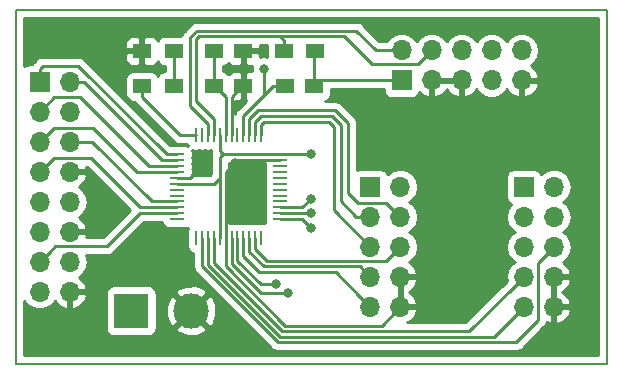
<source format=gbr>
G04 #@! TF.GenerationSoftware,KiCad,Pcbnew,(5.0.0)*
G04 #@! TF.CreationDate,2019-09-15T19:40:45+02:00*
G04 #@! TF.ProjectId,hub75shifter,6875623735736869667465722E6B6963,rev?*
G04 #@! TF.SameCoordinates,Original*
G04 #@! TF.FileFunction,Copper,L1,Top,Signal*
G04 #@! TF.FilePolarity,Positive*
%FSLAX46Y46*%
G04 Gerber Fmt 4.6, Leading zero omitted, Abs format (unit mm)*
G04 Created by KiCad (PCBNEW (5.0.0)) date 09/15/19 19:40:45*
%MOMM*%
%LPD*%
G01*
G04 APERTURE LIST*
G04 #@! TA.AperFunction,NonConductor*
%ADD10C,0.200000*%
G04 #@! TD*
G04 #@! TA.AperFunction,NonConductor*
%ADD11C,0.150000*%
G04 #@! TD*
G04 #@! TA.AperFunction,SMDPad,CuDef*
%ADD12R,1.500000X1.250000*%
G04 #@! TD*
G04 #@! TA.AperFunction,ComponentPad*
%ADD13O,1.700000X1.700000*%
G04 #@! TD*
G04 #@! TA.AperFunction,ComponentPad*
%ADD14R,1.700000X1.700000*%
G04 #@! TD*
G04 #@! TA.AperFunction,SMDPad,CuDef*
%ADD15R,0.250000X1.300000*%
G04 #@! TD*
G04 #@! TA.AperFunction,SMDPad,CuDef*
%ADD16R,1.300000X0.250000*%
G04 #@! TD*
G04 #@! TA.AperFunction,SMDPad,CuDef*
%ADD17R,1.500000X1.300000*%
G04 #@! TD*
G04 #@! TA.AperFunction,ComponentPad*
%ADD18C,3.000000*%
G04 #@! TD*
G04 #@! TA.AperFunction,ComponentPad*
%ADD19R,3.000000X3.000000*%
G04 #@! TD*
G04 #@! TA.AperFunction,ViaPad*
%ADD20C,0.800000*%
G04 #@! TD*
G04 #@! TA.AperFunction,Conductor*
%ADD21C,0.250000*%
G04 #@! TD*
G04 #@! TA.AperFunction,Conductor*
%ADD22C,0.254000*%
G04 #@! TD*
G04 APERTURE END LIST*
D10*
X20000000Y-50000000D02*
X70000000Y-50000000D01*
X20000000Y-20000000D02*
X70000000Y-20000000D01*
D11*
X70000000Y-50000000D02*
X70000000Y-20000000D01*
X20000000Y-50000000D02*
X20000000Y-20000000D01*
D12*
G04 #@! TO.P,C1,2*
G04 #@! TO.N,GND*
X39250000Y-23500000D03*
G04 #@! TO.P,C1,1*
G04 #@! TO.N,Net-(C1-Pad1)*
X36750000Y-23500000D03*
G04 #@! TD*
G04 #@! TO.P,C2,1*
G04 #@! TO.N,Net-(C1-Pad1)*
X36750000Y-26500000D03*
G04 #@! TO.P,C2,2*
G04 #@! TO.N,GND*
X39250000Y-26500000D03*
G04 #@! TD*
D13*
G04 #@! TO.P,JHUB75,16*
G04 #@! TO.N,GND*
X24540000Y-43907500D03*
G04 #@! TO.P,JHUB75,15*
G04 #@! TO.N,P_OE*
X22000000Y-43907500D03*
G04 #@! TO.P,JHUB75,14*
G04 #@! TO.N,P_STB*
X24540000Y-41367500D03*
G04 #@! TO.P,JHUB75,13*
G04 #@! TO.N,P_CLK*
X22000000Y-41367500D03*
G04 #@! TO.P,JHUB75,12*
G04 #@! TO.N,GND*
X24540000Y-38827500D03*
G04 #@! TO.P,JHUB75,11*
G04 #@! TO.N,P_C*
X22000000Y-38827500D03*
G04 #@! TO.P,JHUB75,10*
G04 #@! TO.N,P_B*
X24540000Y-36287500D03*
G04 #@! TO.P,JHUB75,9*
G04 #@! TO.N,P_A*
X22000000Y-36287500D03*
G04 #@! TO.P,JHUB75,8*
G04 #@! TO.N,GND*
X24540000Y-33747500D03*
G04 #@! TO.P,JHUB75,7*
G04 #@! TO.N,P_B2*
X22000000Y-33747500D03*
G04 #@! TO.P,JHUB75,6*
G04 #@! TO.N,P_G2*
X24540000Y-31207500D03*
G04 #@! TO.P,JHUB75,5*
G04 #@! TO.N,P_R2*
X22000000Y-31207500D03*
G04 #@! TO.P,JHUB75,4*
G04 #@! TO.N,GND*
X24540000Y-28667500D03*
G04 #@! TO.P,JHUB75,3*
G04 #@! TO.N,P_B1*
X22000000Y-28667500D03*
G04 #@! TO.P,JHUB75,2*
G04 #@! TO.N,P_G1*
X24540000Y-26127500D03*
D14*
G04 #@! TO.P,JHUB75,1*
G04 #@! TO.N,P_R1*
X22000000Y-26127500D03*
G04 #@! TD*
G04 #@! TO.P,JIN1,1*
G04 #@! TO.N,VCC*
X50000000Y-35000000D03*
D13*
G04 #@! TO.P,JIN1,2*
X52540000Y-35000000D03*
G04 #@! TO.P,JIN1,3*
G04 #@! TO.N,SHIFT*
X50000000Y-37540000D03*
G04 #@! TO.P,JIN1,4*
G04 #@! TO.N,OE*
X52540000Y-37540000D03*
G04 #@! TO.P,JIN1,5*
G04 #@! TO.N,CLEAR*
X50000000Y-40080000D03*
G04 #@! TO.P,JIN1,6*
G04 #@! TO.N,SPI1_SS*
X52540000Y-40080000D03*
G04 #@! TO.P,JIN1,7*
G04 #@! TO.N,SPI1_SCK*
X50000000Y-42620000D03*
G04 #@! TO.P,JIN1,8*
G04 #@! TO.N,GND*
X52540000Y-42620000D03*
G04 #@! TO.P,JIN1,9*
G04 #@! TO.N,SPI1_MOSI*
X50000000Y-45160000D03*
G04 #@! TO.P,JIN1,10*
G04 #@! TO.N,GND*
X52540000Y-45160000D03*
G04 #@! TD*
G04 #@! TO.P,JOUT1,10*
G04 #@! TO.N,GND*
X65540000Y-45160000D03*
G04 #@! TO.P,JOUT1,9*
G04 #@! TO.N,SPI0_MOSI*
X63000000Y-45160000D03*
G04 #@! TO.P,JOUT1,8*
G04 #@! TO.N,GND*
X65540000Y-42620000D03*
G04 #@! TO.P,JOUT1,7*
G04 #@! TO.N,SPI0_SCK*
X63000000Y-42620000D03*
G04 #@! TO.P,JOUT1,6*
G04 #@! TO.N,SPI0_SS*
X65540000Y-40080000D03*
G04 #@! TO.P,JOUT1,5*
G04 #@! TO.N,CLEAR*
X63000000Y-40080000D03*
G04 #@! TO.P,JOUT1,4*
G04 #@! TO.N,OE*
X65540000Y-37540000D03*
G04 #@! TO.P,JOUT1,3*
G04 #@! TO.N,SHIFT*
X63000000Y-37540000D03*
G04 #@! TO.P,JOUT1,2*
G04 #@! TO.N,VCC*
X65540000Y-35000000D03*
D14*
G04 #@! TO.P,JOUT1,1*
X63000000Y-35000000D03*
G04 #@! TD*
D13*
G04 #@! TO.P,JSWD1,10*
G04 #@! TO.N,MCU_RESET*
X62800000Y-23460000D03*
G04 #@! TO.P,JSWD1,9*
G04 #@! TO.N,GND*
X62800000Y-26000000D03*
G04 #@! TO.P,JSWD1,8*
G04 #@! TO.N,N/C*
X60260000Y-23460000D03*
G04 #@! TO.P,JSWD1,7*
X60260000Y-26000000D03*
G04 #@! TO.P,JSWD1,6*
X57720000Y-23460000D03*
G04 #@! TO.P,JSWD1,5*
G04 #@! TO.N,GND*
X57720000Y-26000000D03*
G04 #@! TO.P,JSWD1,4*
G04 #@! TO.N,SWDCLK*
X55180000Y-23460000D03*
G04 #@! TO.P,JSWD1,3*
G04 #@! TO.N,GND*
X55180000Y-26000000D03*
G04 #@! TO.P,JSWD1,2*
G04 #@! TO.N,SWDIO*
X52640000Y-23460000D03*
D14*
G04 #@! TO.P,JSWD1,1*
G04 #@! TO.N,VCC*
X52640000Y-26000000D03*
G04 #@! TD*
D15*
G04 #@! TO.P,U1,48*
G04 #@! TO.N,LED*
X35250000Y-30650000D03*
G04 #@! TO.P,U1,47*
G04 #@! TO.N,N/C*
X35750000Y-30650000D03*
G04 #@! TO.P,U1,46*
G04 #@! TO.N,SWDIO*
X36250000Y-30650000D03*
G04 #@! TO.P,U1,45*
G04 #@! TO.N,SWDCLK*
X36750000Y-30650000D03*
G04 #@! TO.P,U1,44*
G04 #@! TO.N,VCC*
X37250000Y-30650000D03*
G04 #@! TO.P,U1,43*
G04 #@! TO.N,Net-(C1-Pad1)*
X37750000Y-30650000D03*
G04 #@! TO.P,U1,42*
G04 #@! TO.N,GND*
X38250000Y-30650000D03*
G04 #@! TO.P,U1,41*
G04 #@! TO.N,N/C*
X38750000Y-30650000D03*
G04 #@! TO.P,U1,40*
G04 #@! TO.N,MCU_RESET*
X39250000Y-30650000D03*
G04 #@! TO.P,U1,39*
G04 #@! TO.N,OE*
X39750000Y-30650000D03*
G04 #@! TO.P,U1,38*
G04 #@! TO.N,SHIFT*
X40250000Y-30650000D03*
G04 #@! TO.P,U1,37*
G04 #@! TO.N,CLEAR*
X40750000Y-30650000D03*
D16*
G04 #@! TO.P,U1,36*
G04 #@! TO.N,VCC*
X42350000Y-32250000D03*
G04 #@! TO.P,U1,35*
G04 #@! TO.N,GND*
X42350000Y-32750000D03*
G04 #@! TO.P,U1,34*
G04 #@! TO.N,N/C*
X42350000Y-33250000D03*
G04 #@! TO.P,U1,33*
X42350000Y-33750000D03*
G04 #@! TO.P,U1,32*
X42350000Y-34250000D03*
G04 #@! TO.P,U1,31*
X42350000Y-34750000D03*
G04 #@! TO.P,U1,30*
X42350000Y-35250000D03*
G04 #@! TO.P,U1,29*
X42350000Y-35750000D03*
G04 #@! TO.P,U1,28*
X42350000Y-36250000D03*
G04 #@! TO.P,U1,27*
G04 #@! TO.N,P_C*
X42350000Y-36750000D03*
G04 #@! TO.P,U1,26*
G04 #@! TO.N,P_B*
X42350000Y-37250000D03*
G04 #@! TO.P,U1,25*
G04 #@! TO.N,P_A*
X42350000Y-37750000D03*
D15*
G04 #@! TO.P,U1,24*
G04 #@! TO.N,N/C*
X40750000Y-39350000D03*
G04 #@! TO.P,U1,23*
G04 #@! TO.N,SPI1_SS*
X40250000Y-39350000D03*
G04 #@! TO.P,U1,22*
G04 #@! TO.N,SPI1_SCK*
X39750000Y-39350000D03*
G04 #@! TO.P,U1,21*
G04 #@! TO.N,SPI1_MOSI*
X39250000Y-39350000D03*
G04 #@! TO.P,U1,20*
G04 #@! TO.N,P_STB*
X38750000Y-39350000D03*
G04 #@! TO.P,U1,19*
G04 #@! TO.N,P_OE*
X38250000Y-39350000D03*
G04 #@! TO.P,U1,18*
G04 #@! TO.N,GND*
X37750000Y-39350000D03*
G04 #@! TO.P,U1,17*
G04 #@! TO.N,VCC*
X37250000Y-39350000D03*
G04 #@! TO.P,U1,16*
G04 #@! TO.N,SPI0_SCK*
X36750000Y-39350000D03*
G04 #@! TO.P,U1,15*
G04 #@! TO.N,SPI0_MOSI*
X36250000Y-39350000D03*
G04 #@! TO.P,U1,14*
G04 #@! TO.N,SPI0_SS*
X35750000Y-39350000D03*
G04 #@! TO.P,U1,13*
G04 #@! TO.N,N/C*
X35250000Y-39350000D03*
D16*
G04 #@! TO.P,U1,12*
X33650000Y-37750000D03*
G04 #@! TO.P,U1,11*
G04 #@! TO.N,P_CLK*
X33650000Y-37250000D03*
G04 #@! TO.P,U1,10*
G04 #@! TO.N,P_B2*
X33650000Y-36750000D03*
G04 #@! TO.P,U1,9*
G04 #@! TO.N,P_G2*
X33650000Y-36250000D03*
G04 #@! TO.P,U1,8*
G04 #@! TO.N,N/C*
X33650000Y-35750000D03*
G04 #@! TO.P,U1,7*
X33650000Y-35250000D03*
G04 #@! TO.P,U1,6*
G04 #@! TO.N,VCC*
X33650000Y-34750000D03*
G04 #@! TO.P,U1,5*
G04 #@! TO.N,GND*
X33650000Y-34250000D03*
G04 #@! TO.P,U1,4*
G04 #@! TO.N,P_R2*
X33650000Y-33750000D03*
G04 #@! TO.P,U1,3*
G04 #@! TO.N,P_B1*
X33650000Y-33250000D03*
G04 #@! TO.P,U1,2*
G04 #@! TO.N,P_G1*
X33650000Y-32750000D03*
G04 #@! TO.P,U1,1*
G04 #@! TO.N,P_R1*
X33650000Y-32250000D03*
G04 #@! TD*
D17*
G04 #@! TO.P,D1,2*
G04 #@! TO.N,Net-(D1-Pad2)*
X33350000Y-23500000D03*
G04 #@! TO.P,D1,1*
G04 #@! TO.N,GND*
X30650000Y-23500000D03*
G04 #@! TD*
G04 #@! TO.P,R1,2*
G04 #@! TO.N,LED*
X30650000Y-26500000D03*
G04 #@! TO.P,R1,1*
G04 #@! TO.N,Net-(D1-Pad2)*
X33350000Y-26500000D03*
G04 #@! TD*
D12*
G04 #@! TO.P,C4,2*
G04 #@! TO.N,MCU_RESET*
X42750000Y-26500000D03*
G04 #@! TO.P,C4,1*
G04 #@! TO.N,VCC*
X45250000Y-26500000D03*
G04 #@! TD*
D17*
G04 #@! TO.P,R2,2*
G04 #@! TO.N,SWDCLK*
X42650000Y-23500000D03*
G04 #@! TO.P,R2,1*
G04 #@! TO.N,VCC*
X45350000Y-23500000D03*
G04 #@! TD*
D18*
G04 #@! TO.P,JPWR1,2*
G04 #@! TO.N,GND*
X34830000Y-45500000D03*
D19*
G04 #@! TO.P,JPWR1,1*
G04 #@! TO.N,VCC*
X29750000Y-45500000D03*
G04 #@! TD*
D20*
G04 #@! TO.N,GND*
X39250000Y-25000000D03*
X28750000Y-23500000D03*
X36000000Y-33000000D03*
X38500000Y-33000000D03*
G04 #@! TO.N,VCC*
X45000000Y-32250000D03*
G04 #@! TO.N,MCU_RESET*
X41000000Y-25000000D03*
G04 #@! TO.N,P_OE*
X43000000Y-44000000D03*
G04 #@! TO.N,P_STB*
X42000000Y-43250000D03*
G04 #@! TO.N,P_C*
X45000000Y-36000000D03*
G04 #@! TO.N,P_B*
X45000000Y-37250000D03*
G04 #@! TO.N,P_A*
X45000000Y-38500000D03*
G04 #@! TD*
D21*
G04 #@! TO.N,GND*
X39250000Y-25625000D02*
X39250000Y-23500000D01*
X39250000Y-26500000D02*
X39250000Y-25625000D01*
X25042500Y-34250000D02*
X24540000Y-33747500D01*
X39125000Y-26500000D02*
X39250000Y-26500000D01*
X38250000Y-27375000D02*
X39125000Y-26500000D01*
X37750000Y-39350000D02*
X37750000Y-38250000D01*
X37750000Y-38250000D02*
X37750000Y-36250000D01*
X37750000Y-39350000D02*
X37750000Y-41750000D01*
X37750000Y-41750000D02*
X42750000Y-46750000D01*
X50950000Y-46750000D02*
X52540000Y-45160000D01*
X42750000Y-46750000D02*
X50950000Y-46750000D01*
X37750000Y-36250000D02*
X37750000Y-33750000D01*
X38750000Y-32750000D02*
X38500000Y-33000000D01*
X42350000Y-32750000D02*
X38750000Y-32750000D01*
X34750000Y-34250000D02*
X36000000Y-33000000D01*
X33650000Y-34250000D02*
X34750000Y-34250000D01*
X38500000Y-33000000D02*
X37750000Y-33750000D01*
X38250000Y-30650000D02*
X38250000Y-27375000D01*
G04 #@! TO.N,Net-(C1-Pad1)*
X36750000Y-25625000D02*
X36750000Y-23500000D01*
X36750000Y-26500000D02*
X36750000Y-25625000D01*
X36875000Y-26500000D02*
X36750000Y-26500000D01*
X37750000Y-27375000D02*
X36875000Y-26500000D01*
X37750000Y-30650000D02*
X37750000Y-27375000D01*
G04 #@! TO.N,VCC*
X37250000Y-39350000D02*
X37250000Y-36250000D01*
X42350000Y-32250000D02*
X40750000Y-32250000D01*
X45250000Y-23600000D02*
X45350000Y-23500000D01*
X45250000Y-26500000D02*
X45250000Y-23600000D01*
X40750000Y-32250000D02*
X38250000Y-32250000D01*
X37500000Y-32250000D02*
X37250000Y-32000000D01*
X37250000Y-30650000D02*
X37250000Y-32000000D01*
X37750000Y-32250000D02*
X37500000Y-32250000D01*
X38250000Y-32250000D02*
X37750000Y-32250000D01*
X37500000Y-32250000D02*
X37250000Y-32500000D01*
X36750000Y-34750000D02*
X37250000Y-34250000D01*
X33650000Y-34750000D02*
X36750000Y-34750000D01*
X37250000Y-32500000D02*
X37250000Y-34250000D01*
X42350000Y-32250000D02*
X45000000Y-32250000D01*
X45750000Y-26000000D02*
X45250000Y-26500000D01*
X52640000Y-26000000D02*
X45750000Y-26000000D01*
X37250000Y-34250000D02*
X37250000Y-36250000D01*
G04 #@! TO.N,MCU_RESET*
X42875000Y-26500000D02*
X42750000Y-26500000D01*
X41750000Y-26500000D02*
X42750000Y-26500000D01*
X39250000Y-30650000D02*
X39250000Y-29000000D01*
X41000000Y-25000000D02*
X41000000Y-27250000D01*
X39250000Y-29000000D02*
X41000000Y-27250000D01*
X41000000Y-27250000D02*
X41750000Y-26500000D01*
G04 #@! TO.N,P_OE*
X38250000Y-39350000D02*
X38250000Y-41511890D01*
X43000000Y-44000000D02*
X40738110Y-44000000D01*
X38250000Y-41511890D02*
X40738110Y-44000000D01*
G04 #@! TO.N,P_STB*
X38750000Y-39350000D02*
X38750000Y-41250000D01*
X42000000Y-43250000D02*
X40750000Y-43250000D01*
X38750000Y-41250000D02*
X40750000Y-43250000D01*
G04 #@! TO.N,P_CLK*
X22849999Y-40517501D02*
X22000000Y-41367500D01*
X23314999Y-40052501D02*
X22849999Y-40517501D01*
X27697499Y-40052501D02*
X23314999Y-40052501D01*
X33650000Y-37250000D02*
X30500000Y-37250000D01*
X30500000Y-37250000D02*
X27697499Y-40052501D01*
G04 #@! TO.N,P_C*
X44250000Y-36750000D02*
X45000000Y-36000000D01*
X42350000Y-36750000D02*
X44250000Y-36750000D01*
G04 #@! TO.N,P_B*
X42350000Y-37250000D02*
X45000000Y-37250000D01*
G04 #@! TO.N,P_A*
X44250000Y-37750000D02*
X45000000Y-38500000D01*
X42350000Y-37750000D02*
X44250000Y-37750000D01*
G04 #@! TO.N,P_B2*
X30500000Y-36750000D02*
X33650000Y-36750000D01*
X26322499Y-32572499D02*
X30500000Y-36750000D01*
X23175001Y-32572499D02*
X26322499Y-32572499D01*
X22000000Y-33747500D02*
X23175001Y-32572499D01*
G04 #@! TO.N,P_G2*
X26457500Y-31207500D02*
X31500000Y-36250000D01*
X24540000Y-31207500D02*
X26457500Y-31207500D01*
X33650000Y-36250000D02*
X31500000Y-36250000D01*
G04 #@! TO.N,P_R2*
X23207500Y-30000000D02*
X22000000Y-31207500D01*
X26500000Y-30000000D02*
X23207500Y-30000000D01*
X33650000Y-33750000D02*
X30250000Y-33750000D01*
X30250000Y-33750000D02*
X26500000Y-30000000D01*
G04 #@! TO.N,P_B1*
X31250000Y-33250000D02*
X33650000Y-33250000D01*
X25442499Y-27442499D02*
X31250000Y-33250000D01*
X23225001Y-27442499D02*
X25442499Y-27442499D01*
X22000000Y-28667500D02*
X23225001Y-27442499D01*
G04 #@! TO.N,P_G1*
X32364581Y-32750000D02*
X32500000Y-32750000D01*
X25742081Y-26127500D02*
X32364581Y-32750000D01*
X24540000Y-26127500D02*
X25742081Y-26127500D01*
X33650000Y-32750000D02*
X32500000Y-32750000D01*
G04 #@! TO.N,P_R1*
X22000000Y-25027500D02*
X22000000Y-26127500D01*
X22075001Y-24952499D02*
X22000000Y-25027500D01*
X32750000Y-32250000D02*
X33650000Y-32250000D01*
X25250000Y-24750000D02*
X32750000Y-32250000D01*
X22250000Y-24750000D02*
X25250000Y-24750000D01*
X22000000Y-25000000D02*
X22250000Y-24750000D01*
X22000000Y-26127500D02*
X22000000Y-25000000D01*
G04 #@! TO.N,SPI1_SCK*
X39750000Y-40500000D02*
X39750000Y-39350000D01*
X49130000Y-41750000D02*
X50000000Y-42620000D01*
X41000000Y-41750000D02*
X49130000Y-41750000D01*
X41000000Y-41750000D02*
X39750000Y-40500000D01*
G04 #@! TO.N,SPI1_SS*
X40250000Y-39350000D02*
X40250000Y-40250000D01*
X40250000Y-40250000D02*
X41080000Y-41080000D01*
X41255001Y-41255001D02*
X41080000Y-41080000D01*
X51364999Y-41255001D02*
X41255001Y-41255001D01*
X52540000Y-40080000D02*
X51364999Y-41255001D01*
G04 #@! TO.N,SHIFT*
X48797919Y-37540000D02*
X50000000Y-37540000D01*
X40250000Y-29500000D02*
X40750000Y-29000000D01*
X40250000Y-30650000D02*
X40250000Y-29500000D01*
X40750000Y-29000000D02*
X46750000Y-29000000D01*
X46750000Y-29000000D02*
X47500000Y-29750000D01*
X47500000Y-29750000D02*
X47500000Y-36242081D01*
X47500000Y-36242081D02*
X48797919Y-37540000D01*
G04 #@! TO.N,SPI0_MOSI*
X60459979Y-47700021D02*
X63000000Y-45160000D01*
X42356489Y-47700022D02*
X60459979Y-47700021D01*
X36250000Y-39350000D02*
X36250000Y-41593533D01*
X36250000Y-41593533D02*
X42356489Y-47700022D01*
G04 #@! TO.N,SPI0_SCK*
X36750000Y-39350000D02*
X36750000Y-41457122D01*
X62150001Y-43469999D02*
X63000000Y-42620000D01*
X58369990Y-47250010D02*
X62150001Y-43469999D01*
X36750000Y-41457122D02*
X42542889Y-47250011D01*
X42542889Y-47250011D02*
X58369990Y-47250010D01*
G04 #@! TO.N,SWDCLK*
X42650000Y-23500000D02*
X42650000Y-22600000D01*
X42650000Y-22600000D02*
X42300000Y-22250000D01*
X54004999Y-24635001D02*
X55180000Y-23460000D01*
X50135001Y-24635001D02*
X54004999Y-24635001D01*
X36750000Y-29250000D02*
X35250000Y-27750000D01*
X36750000Y-30650000D02*
X36750000Y-29250000D01*
X35250000Y-22500000D02*
X35500000Y-22250000D01*
X35500000Y-22250000D02*
X47750000Y-22250000D01*
X35250000Y-27750000D02*
X35250000Y-22500000D01*
X47750000Y-22250000D02*
X50135001Y-24635001D01*
G04 #@! TO.N,SWDIO*
X50460000Y-23460000D02*
X52640000Y-23460000D01*
X36250000Y-30650000D02*
X36250000Y-29653587D01*
X35313602Y-21799989D02*
X48799989Y-21799989D01*
X48799989Y-21799989D02*
X50460000Y-23460000D01*
X34750000Y-22363590D02*
X34750000Y-28153587D01*
X36250000Y-29653587D02*
X34750000Y-28153587D01*
X34750000Y-22363590D02*
X35313602Y-21799989D01*
G04 #@! TO.N,Net-(D1-Pad2)*
X33350000Y-25600000D02*
X33350000Y-23500000D01*
X33350000Y-26500000D02*
X33350000Y-25600000D01*
G04 #@! TO.N,OE*
X39750000Y-29250000D02*
X39750000Y-29653587D01*
X51364999Y-36364999D02*
X48989997Y-36364999D01*
X52540000Y-37540000D02*
X51364999Y-36364999D01*
X40500000Y-28500000D02*
X39750000Y-29250000D01*
X48989997Y-36364999D02*
X48124998Y-35500000D01*
X39750000Y-29653587D02*
X39750000Y-30650000D01*
X48124998Y-35500000D02*
X48124998Y-29624998D01*
X48124998Y-29624998D02*
X47000000Y-28500000D01*
X47000000Y-28500000D02*
X40500000Y-28500000D01*
G04 #@! TO.N,SPI1_MOSI*
X49150001Y-44310001D02*
X50000000Y-45160000D01*
X47090000Y-42250000D02*
X49150001Y-44310001D01*
X40613590Y-42250000D02*
X47090000Y-42250000D01*
X39250000Y-40886410D02*
X40613590Y-42250000D01*
X39250000Y-39350000D02*
X39250000Y-40886410D01*
G04 #@! TO.N,SPI0_SS*
X64690001Y-40929999D02*
X65540000Y-40080000D01*
X35750000Y-39350000D02*
X35750000Y-41729944D01*
X35750000Y-41729944D02*
X42170089Y-48150033D01*
X42170089Y-48150033D02*
X62349967Y-48150033D01*
X62349967Y-48150033D02*
X64175001Y-46324999D01*
X64175001Y-46324999D02*
X64175001Y-41444999D01*
X64175001Y-41444999D02*
X64690001Y-40929999D01*
G04 #@! TO.N,LED*
X30650000Y-27400000D02*
X30650000Y-26500000D01*
X33900000Y-30650000D02*
X30650000Y-27400000D01*
X35250000Y-30650000D02*
X33900000Y-30650000D01*
G04 #@! TO.N,CLEAR*
X40750000Y-29750000D02*
X40750000Y-30650000D01*
X41000000Y-29500000D02*
X40750000Y-29750000D01*
X46500000Y-29500000D02*
X41000000Y-29500000D01*
X46920000Y-29920000D02*
X46500000Y-29500000D01*
X50000000Y-40080000D02*
X46920000Y-37000000D01*
X46920000Y-37000000D02*
X46920000Y-29920000D01*
G04 #@! TD*
D22*
G04 #@! TO.N,GND*
G36*
X69290000Y-49265000D02*
X20710000Y-49265000D01*
X20710000Y-44649807D01*
X20929375Y-44978125D01*
X21420582Y-45306339D01*
X21853744Y-45392500D01*
X22146256Y-45392500D01*
X22579418Y-45306339D01*
X23070625Y-44978125D01*
X23271353Y-44677714D01*
X23658642Y-45102683D01*
X24183108Y-45348986D01*
X24413000Y-45228319D01*
X24413000Y-44034500D01*
X24667000Y-44034500D01*
X24667000Y-45228319D01*
X24896892Y-45348986D01*
X25421358Y-45102683D01*
X25811645Y-44674424D01*
X25981476Y-44264390D01*
X25860155Y-44034500D01*
X24667000Y-44034500D01*
X24413000Y-44034500D01*
X24393000Y-44034500D01*
X24393000Y-44000000D01*
X27602560Y-44000000D01*
X27602560Y-47000000D01*
X27651843Y-47247765D01*
X27792191Y-47457809D01*
X28002235Y-47598157D01*
X28250000Y-47647440D01*
X31250000Y-47647440D01*
X31497765Y-47598157D01*
X31707809Y-47457809D01*
X31848157Y-47247765D01*
X31894661Y-47013970D01*
X33495635Y-47013970D01*
X33655418Y-47332739D01*
X34446187Y-47642723D01*
X35295387Y-47626497D01*
X36004582Y-47332739D01*
X36164365Y-47013970D01*
X34830000Y-45679605D01*
X33495635Y-47013970D01*
X31894661Y-47013970D01*
X31897440Y-47000000D01*
X31897440Y-45116187D01*
X32687277Y-45116187D01*
X32703503Y-45965387D01*
X32997261Y-46674582D01*
X33316030Y-46834365D01*
X34650395Y-45500000D01*
X35009605Y-45500000D01*
X36343970Y-46834365D01*
X36662739Y-46674582D01*
X36972723Y-45883813D01*
X36956497Y-45034613D01*
X36662739Y-44325418D01*
X36343970Y-44165635D01*
X35009605Y-45500000D01*
X34650395Y-45500000D01*
X33316030Y-44165635D01*
X32997261Y-44325418D01*
X32687277Y-45116187D01*
X31897440Y-45116187D01*
X31897440Y-44000000D01*
X31894662Y-43986030D01*
X33495635Y-43986030D01*
X34830000Y-45320395D01*
X36164365Y-43986030D01*
X36004582Y-43667261D01*
X35213813Y-43357277D01*
X34364613Y-43373503D01*
X33655418Y-43667261D01*
X33495635Y-43986030D01*
X31894662Y-43986030D01*
X31848157Y-43752235D01*
X31707809Y-43542191D01*
X31497765Y-43401843D01*
X31250000Y-43352560D01*
X28250000Y-43352560D01*
X28002235Y-43401843D01*
X27792191Y-43542191D01*
X27651843Y-43752235D01*
X27602560Y-44000000D01*
X24393000Y-44000000D01*
X24393000Y-43780500D01*
X24413000Y-43780500D01*
X24413000Y-43760500D01*
X24667000Y-43760500D01*
X24667000Y-43780500D01*
X25860155Y-43780500D01*
X25981476Y-43550610D01*
X25811645Y-43140576D01*
X25421358Y-42712317D01*
X25291522Y-42651343D01*
X25610625Y-42438125D01*
X25938839Y-41946918D01*
X26054092Y-41367500D01*
X25943696Y-40812501D01*
X27622652Y-40812501D01*
X27697499Y-40827389D01*
X27772346Y-40812501D01*
X27772351Y-40812501D01*
X27994036Y-40768405D01*
X28245428Y-40600430D01*
X28287830Y-40536971D01*
X30814802Y-38010000D01*
X32379413Y-38010000D01*
X32401843Y-38122765D01*
X32542191Y-38332809D01*
X32752235Y-38473157D01*
X33000000Y-38522440D01*
X34300000Y-38522440D01*
X34521648Y-38478352D01*
X34477560Y-38700000D01*
X34477560Y-40000000D01*
X34526843Y-40247765D01*
X34667191Y-40457809D01*
X34877235Y-40598157D01*
X34990001Y-40620587D01*
X34990001Y-41655092D01*
X34975112Y-41729944D01*
X35034097Y-42026481D01*
X35111544Y-42142388D01*
X35202072Y-42277873D01*
X35265528Y-42320273D01*
X41579760Y-48634506D01*
X41622160Y-48697962D01*
X41873552Y-48865937D01*
X42095237Y-48910033D01*
X42095242Y-48910033D01*
X42170089Y-48924921D01*
X42244936Y-48910033D01*
X62275120Y-48910033D01*
X62349967Y-48924921D01*
X62424814Y-48910033D01*
X62424819Y-48910033D01*
X62646504Y-48865937D01*
X62897896Y-48697962D01*
X62940298Y-48634503D01*
X64659474Y-46915328D01*
X64722930Y-46872928D01*
X64794686Y-46765538D01*
X64890905Y-46621537D01*
X64903376Y-46558839D01*
X64919517Y-46477697D01*
X65183108Y-46601486D01*
X65413000Y-46480819D01*
X65413000Y-45287000D01*
X65667000Y-45287000D01*
X65667000Y-46480819D01*
X65896892Y-46601486D01*
X66421358Y-46355183D01*
X66811645Y-45926924D01*
X66981476Y-45516890D01*
X66860155Y-45287000D01*
X65667000Y-45287000D01*
X65413000Y-45287000D01*
X65393000Y-45287000D01*
X65393000Y-45033000D01*
X65413000Y-45033000D01*
X65413000Y-42747000D01*
X65667000Y-42747000D01*
X65667000Y-45033000D01*
X66860155Y-45033000D01*
X66981476Y-44803110D01*
X66811645Y-44393076D01*
X66421358Y-43964817D01*
X66262046Y-43890000D01*
X66421358Y-43815183D01*
X66811645Y-43386924D01*
X66981476Y-42976890D01*
X66860155Y-42747000D01*
X65667000Y-42747000D01*
X65413000Y-42747000D01*
X65393000Y-42747000D01*
X65393000Y-42493000D01*
X65413000Y-42493000D01*
X65413000Y-42473000D01*
X65667000Y-42473000D01*
X65667000Y-42493000D01*
X66860155Y-42493000D01*
X66981476Y-42263110D01*
X66811645Y-41853076D01*
X66421358Y-41424817D01*
X66291522Y-41363843D01*
X66610625Y-41150625D01*
X66938839Y-40659418D01*
X67054092Y-40080000D01*
X66938839Y-39500582D01*
X66610625Y-39009375D01*
X66312239Y-38810000D01*
X66610625Y-38610625D01*
X66938839Y-38119418D01*
X67054092Y-37540000D01*
X66938839Y-36960582D01*
X66610625Y-36469375D01*
X66312239Y-36270000D01*
X66610625Y-36070625D01*
X66938839Y-35579418D01*
X67054092Y-35000000D01*
X66938839Y-34420582D01*
X66610625Y-33929375D01*
X66119418Y-33601161D01*
X65686256Y-33515000D01*
X65393744Y-33515000D01*
X64960582Y-33601161D01*
X64469375Y-33929375D01*
X64457184Y-33947619D01*
X64448157Y-33902235D01*
X64307809Y-33692191D01*
X64097765Y-33551843D01*
X63850000Y-33502560D01*
X62150000Y-33502560D01*
X61902235Y-33551843D01*
X61692191Y-33692191D01*
X61551843Y-33902235D01*
X61502560Y-34150000D01*
X61502560Y-35850000D01*
X61551843Y-36097765D01*
X61692191Y-36307809D01*
X61902235Y-36448157D01*
X61947619Y-36457184D01*
X61929375Y-36469375D01*
X61601161Y-36960582D01*
X61485908Y-37540000D01*
X61601161Y-38119418D01*
X61929375Y-38610625D01*
X62227761Y-38810000D01*
X61929375Y-39009375D01*
X61601161Y-39500582D01*
X61485908Y-40080000D01*
X61601161Y-40659418D01*
X61929375Y-41150625D01*
X62227761Y-41350000D01*
X61929375Y-41549375D01*
X61601161Y-42040582D01*
X61485908Y-42620000D01*
X61558791Y-42986407D01*
X58055189Y-46490010D01*
X53134262Y-46490011D01*
X53421358Y-46355183D01*
X53811645Y-45926924D01*
X53981476Y-45516890D01*
X53860155Y-45287000D01*
X52667000Y-45287000D01*
X52667000Y-45307000D01*
X52413000Y-45307000D01*
X52413000Y-45287000D01*
X52393000Y-45287000D01*
X52393000Y-45033000D01*
X52413000Y-45033000D01*
X52413000Y-42747000D01*
X52667000Y-42747000D01*
X52667000Y-45033000D01*
X53860155Y-45033000D01*
X53981476Y-44803110D01*
X53811645Y-44393076D01*
X53421358Y-43964817D01*
X53262046Y-43890000D01*
X53421358Y-43815183D01*
X53811645Y-43386924D01*
X53981476Y-42976890D01*
X53860155Y-42747000D01*
X52667000Y-42747000D01*
X52413000Y-42747000D01*
X52393000Y-42747000D01*
X52393000Y-42493000D01*
X52413000Y-42493000D01*
X52413000Y-42473000D01*
X52667000Y-42473000D01*
X52667000Y-42493000D01*
X53860155Y-42493000D01*
X53981476Y-42263110D01*
X53811645Y-41853076D01*
X53421358Y-41424817D01*
X53291522Y-41363843D01*
X53610625Y-41150625D01*
X53938839Y-40659418D01*
X54054092Y-40080000D01*
X53938839Y-39500582D01*
X53610625Y-39009375D01*
X53312239Y-38810000D01*
X53610625Y-38610625D01*
X53938839Y-38119418D01*
X54054092Y-37540000D01*
X53938839Y-36960582D01*
X53610625Y-36469375D01*
X53312239Y-36270000D01*
X53610625Y-36070625D01*
X53938839Y-35579418D01*
X54054092Y-35000000D01*
X53938839Y-34420582D01*
X53610625Y-33929375D01*
X53119418Y-33601161D01*
X52686256Y-33515000D01*
X52393744Y-33515000D01*
X51960582Y-33601161D01*
X51469375Y-33929375D01*
X51457184Y-33947619D01*
X51448157Y-33902235D01*
X51307809Y-33692191D01*
X51097765Y-33551843D01*
X50850000Y-33502560D01*
X49150000Y-33502560D01*
X48902235Y-33551843D01*
X48884998Y-33563360D01*
X48884998Y-29699844D01*
X48899886Y-29624997D01*
X48884998Y-29550150D01*
X48884998Y-29550146D01*
X48840902Y-29328461D01*
X48781794Y-29240000D01*
X48715327Y-29140524D01*
X48715325Y-29140522D01*
X48672927Y-29077069D01*
X48609473Y-29034671D01*
X47590331Y-28015530D01*
X47547929Y-27952071D01*
X47296537Y-27784096D01*
X47074852Y-27740000D01*
X47074847Y-27740000D01*
X47000000Y-27725112D01*
X46925153Y-27740000D01*
X46163089Y-27740000D01*
X46247765Y-27723157D01*
X46457809Y-27582809D01*
X46598157Y-27372765D01*
X46647440Y-27125000D01*
X46647440Y-26760000D01*
X51142560Y-26760000D01*
X51142560Y-26850000D01*
X51191843Y-27097765D01*
X51332191Y-27307809D01*
X51542235Y-27448157D01*
X51790000Y-27497440D01*
X53490000Y-27497440D01*
X53737765Y-27448157D01*
X53947809Y-27307809D01*
X54088157Y-27097765D01*
X54108739Y-26994292D01*
X54413076Y-27271645D01*
X54823110Y-27441476D01*
X55053000Y-27320155D01*
X55053000Y-26127000D01*
X55307000Y-26127000D01*
X55307000Y-27320155D01*
X55536890Y-27441476D01*
X55946924Y-27271645D01*
X56375183Y-26881358D01*
X56450000Y-26722046D01*
X56524817Y-26881358D01*
X56953076Y-27271645D01*
X57363110Y-27441476D01*
X57593000Y-27320155D01*
X57593000Y-26127000D01*
X55307000Y-26127000D01*
X55053000Y-26127000D01*
X55033000Y-26127000D01*
X55033000Y-25873000D01*
X55053000Y-25873000D01*
X55053000Y-25853000D01*
X55307000Y-25853000D01*
X55307000Y-25873000D01*
X57593000Y-25873000D01*
X57593000Y-25853000D01*
X57847000Y-25853000D01*
X57847000Y-25873000D01*
X57867000Y-25873000D01*
X57867000Y-26127000D01*
X57847000Y-26127000D01*
X57847000Y-27320155D01*
X58076890Y-27441476D01*
X58486924Y-27271645D01*
X58915183Y-26881358D01*
X58976157Y-26751522D01*
X59189375Y-27070625D01*
X59680582Y-27398839D01*
X60113744Y-27485000D01*
X60406256Y-27485000D01*
X60839418Y-27398839D01*
X61330625Y-27070625D01*
X61543843Y-26751522D01*
X61604817Y-26881358D01*
X62033076Y-27271645D01*
X62443110Y-27441476D01*
X62673000Y-27320155D01*
X62673000Y-26127000D01*
X62927000Y-26127000D01*
X62927000Y-27320155D01*
X63156890Y-27441476D01*
X63566924Y-27271645D01*
X63995183Y-26881358D01*
X64241486Y-26356892D01*
X64120819Y-26127000D01*
X62927000Y-26127000D01*
X62673000Y-26127000D01*
X62653000Y-26127000D01*
X62653000Y-25873000D01*
X62673000Y-25873000D01*
X62673000Y-25853000D01*
X62927000Y-25853000D01*
X62927000Y-25873000D01*
X64120819Y-25873000D01*
X64241486Y-25643108D01*
X63995183Y-25118642D01*
X63570214Y-24731353D01*
X63870625Y-24530625D01*
X64198839Y-24039418D01*
X64314092Y-23460000D01*
X64198839Y-22880582D01*
X63870625Y-22389375D01*
X63379418Y-22061161D01*
X62946256Y-21975000D01*
X62653744Y-21975000D01*
X62220582Y-22061161D01*
X61729375Y-22389375D01*
X61530000Y-22687761D01*
X61330625Y-22389375D01*
X60839418Y-22061161D01*
X60406256Y-21975000D01*
X60113744Y-21975000D01*
X59680582Y-22061161D01*
X59189375Y-22389375D01*
X58990000Y-22687761D01*
X58790625Y-22389375D01*
X58299418Y-22061161D01*
X57866256Y-21975000D01*
X57573744Y-21975000D01*
X57140582Y-22061161D01*
X56649375Y-22389375D01*
X56450000Y-22687761D01*
X56250625Y-22389375D01*
X55759418Y-22061161D01*
X55326256Y-21975000D01*
X55033744Y-21975000D01*
X54600582Y-22061161D01*
X54109375Y-22389375D01*
X53910000Y-22687761D01*
X53710625Y-22389375D01*
X53219418Y-22061161D01*
X52786256Y-21975000D01*
X52493744Y-21975000D01*
X52060582Y-22061161D01*
X51569375Y-22389375D01*
X51361822Y-22700000D01*
X50774802Y-22700000D01*
X49390320Y-21315519D01*
X49347918Y-21252060D01*
X49096526Y-21084085D01*
X48874841Y-21039989D01*
X48874836Y-21039989D01*
X48799989Y-21025101D01*
X48725142Y-21039989D01*
X35388449Y-21039989D01*
X35313602Y-21025101D01*
X35238754Y-21039989D01*
X35238750Y-21039989D01*
X35017065Y-21084085D01*
X34829129Y-21209659D01*
X34829126Y-21209662D01*
X34765673Y-21252060D01*
X34723275Y-21315513D01*
X34265527Y-21773261D01*
X34202071Y-21815661D01*
X34034096Y-22067054D01*
X34007142Y-22202560D01*
X32600000Y-22202560D01*
X32352235Y-22251843D01*
X32142191Y-22392191D01*
X32001843Y-22602235D01*
X31996279Y-22630209D01*
X31938327Y-22490301D01*
X31759698Y-22311673D01*
X31526309Y-22215000D01*
X30935750Y-22215000D01*
X30777000Y-22373750D01*
X30777000Y-23373000D01*
X30797000Y-23373000D01*
X30797000Y-23627000D01*
X30777000Y-23627000D01*
X30777000Y-24626250D01*
X30935750Y-24785000D01*
X31526309Y-24785000D01*
X31759698Y-24688327D01*
X31938327Y-24509699D01*
X31996279Y-24369791D01*
X32001843Y-24397765D01*
X32142191Y-24607809D01*
X32352235Y-24748157D01*
X32590000Y-24795451D01*
X32590000Y-25204549D01*
X32352235Y-25251843D01*
X32142191Y-25392191D01*
X32001843Y-25602235D01*
X32000000Y-25611500D01*
X31998157Y-25602235D01*
X31857809Y-25392191D01*
X31647765Y-25251843D01*
X31400000Y-25202560D01*
X29900000Y-25202560D01*
X29652235Y-25251843D01*
X29442191Y-25392191D01*
X29301843Y-25602235D01*
X29252560Y-25850000D01*
X29252560Y-27150000D01*
X29301843Y-27397765D01*
X29442191Y-27607809D01*
X29652235Y-27748157D01*
X29900000Y-27797440D01*
X30001518Y-27797440D01*
X30102071Y-27947929D01*
X30165530Y-27990331D01*
X33309671Y-31134473D01*
X33352071Y-31197929D01*
X33603463Y-31365904D01*
X33825148Y-31410000D01*
X33825152Y-31410000D01*
X33899999Y-31424888D01*
X33974846Y-31410000D01*
X34499440Y-31410000D01*
X34521648Y-31521648D01*
X34300000Y-31477560D01*
X33052362Y-31477560D01*
X25840331Y-24265530D01*
X25797929Y-24202071D01*
X25546537Y-24034096D01*
X25324852Y-23990000D01*
X25324847Y-23990000D01*
X25250000Y-23975112D01*
X25175153Y-23990000D01*
X22324846Y-23990000D01*
X22249999Y-23975112D01*
X22175152Y-23990000D01*
X22175148Y-23990000D01*
X21953463Y-24034096D01*
X21702071Y-24202071D01*
X21659670Y-24265528D01*
X21515527Y-24409672D01*
X21452072Y-24452071D01*
X21409672Y-24515527D01*
X21409671Y-24515528D01*
X21333143Y-24630060D01*
X21150000Y-24630060D01*
X20902235Y-24679343D01*
X20710000Y-24807791D01*
X20710000Y-23785750D01*
X29265000Y-23785750D01*
X29265000Y-24276310D01*
X29361673Y-24509699D01*
X29540302Y-24688327D01*
X29773691Y-24785000D01*
X30364250Y-24785000D01*
X30523000Y-24626250D01*
X30523000Y-23627000D01*
X29423750Y-23627000D01*
X29265000Y-23785750D01*
X20710000Y-23785750D01*
X20710000Y-22723690D01*
X29265000Y-22723690D01*
X29265000Y-23214250D01*
X29423750Y-23373000D01*
X30523000Y-23373000D01*
X30523000Y-22373750D01*
X30364250Y-22215000D01*
X29773691Y-22215000D01*
X29540302Y-22311673D01*
X29361673Y-22490301D01*
X29265000Y-22723690D01*
X20710000Y-22723690D01*
X20710000Y-20735000D01*
X69290001Y-20735000D01*
X69290000Y-49265000D01*
X69290000Y-49265000D01*
G37*
X69290000Y-49265000D02*
X20710000Y-49265000D01*
X20710000Y-44649807D01*
X20929375Y-44978125D01*
X21420582Y-45306339D01*
X21853744Y-45392500D01*
X22146256Y-45392500D01*
X22579418Y-45306339D01*
X23070625Y-44978125D01*
X23271353Y-44677714D01*
X23658642Y-45102683D01*
X24183108Y-45348986D01*
X24413000Y-45228319D01*
X24413000Y-44034500D01*
X24667000Y-44034500D01*
X24667000Y-45228319D01*
X24896892Y-45348986D01*
X25421358Y-45102683D01*
X25811645Y-44674424D01*
X25981476Y-44264390D01*
X25860155Y-44034500D01*
X24667000Y-44034500D01*
X24413000Y-44034500D01*
X24393000Y-44034500D01*
X24393000Y-44000000D01*
X27602560Y-44000000D01*
X27602560Y-47000000D01*
X27651843Y-47247765D01*
X27792191Y-47457809D01*
X28002235Y-47598157D01*
X28250000Y-47647440D01*
X31250000Y-47647440D01*
X31497765Y-47598157D01*
X31707809Y-47457809D01*
X31848157Y-47247765D01*
X31894661Y-47013970D01*
X33495635Y-47013970D01*
X33655418Y-47332739D01*
X34446187Y-47642723D01*
X35295387Y-47626497D01*
X36004582Y-47332739D01*
X36164365Y-47013970D01*
X34830000Y-45679605D01*
X33495635Y-47013970D01*
X31894661Y-47013970D01*
X31897440Y-47000000D01*
X31897440Y-45116187D01*
X32687277Y-45116187D01*
X32703503Y-45965387D01*
X32997261Y-46674582D01*
X33316030Y-46834365D01*
X34650395Y-45500000D01*
X35009605Y-45500000D01*
X36343970Y-46834365D01*
X36662739Y-46674582D01*
X36972723Y-45883813D01*
X36956497Y-45034613D01*
X36662739Y-44325418D01*
X36343970Y-44165635D01*
X35009605Y-45500000D01*
X34650395Y-45500000D01*
X33316030Y-44165635D01*
X32997261Y-44325418D01*
X32687277Y-45116187D01*
X31897440Y-45116187D01*
X31897440Y-44000000D01*
X31894662Y-43986030D01*
X33495635Y-43986030D01*
X34830000Y-45320395D01*
X36164365Y-43986030D01*
X36004582Y-43667261D01*
X35213813Y-43357277D01*
X34364613Y-43373503D01*
X33655418Y-43667261D01*
X33495635Y-43986030D01*
X31894662Y-43986030D01*
X31848157Y-43752235D01*
X31707809Y-43542191D01*
X31497765Y-43401843D01*
X31250000Y-43352560D01*
X28250000Y-43352560D01*
X28002235Y-43401843D01*
X27792191Y-43542191D01*
X27651843Y-43752235D01*
X27602560Y-44000000D01*
X24393000Y-44000000D01*
X24393000Y-43780500D01*
X24413000Y-43780500D01*
X24413000Y-43760500D01*
X24667000Y-43760500D01*
X24667000Y-43780500D01*
X25860155Y-43780500D01*
X25981476Y-43550610D01*
X25811645Y-43140576D01*
X25421358Y-42712317D01*
X25291522Y-42651343D01*
X25610625Y-42438125D01*
X25938839Y-41946918D01*
X26054092Y-41367500D01*
X25943696Y-40812501D01*
X27622652Y-40812501D01*
X27697499Y-40827389D01*
X27772346Y-40812501D01*
X27772351Y-40812501D01*
X27994036Y-40768405D01*
X28245428Y-40600430D01*
X28287830Y-40536971D01*
X30814802Y-38010000D01*
X32379413Y-38010000D01*
X32401843Y-38122765D01*
X32542191Y-38332809D01*
X32752235Y-38473157D01*
X33000000Y-38522440D01*
X34300000Y-38522440D01*
X34521648Y-38478352D01*
X34477560Y-38700000D01*
X34477560Y-40000000D01*
X34526843Y-40247765D01*
X34667191Y-40457809D01*
X34877235Y-40598157D01*
X34990001Y-40620587D01*
X34990001Y-41655092D01*
X34975112Y-41729944D01*
X35034097Y-42026481D01*
X35111544Y-42142388D01*
X35202072Y-42277873D01*
X35265528Y-42320273D01*
X41579760Y-48634506D01*
X41622160Y-48697962D01*
X41873552Y-48865937D01*
X42095237Y-48910033D01*
X42095242Y-48910033D01*
X42170089Y-48924921D01*
X42244936Y-48910033D01*
X62275120Y-48910033D01*
X62349967Y-48924921D01*
X62424814Y-48910033D01*
X62424819Y-48910033D01*
X62646504Y-48865937D01*
X62897896Y-48697962D01*
X62940298Y-48634503D01*
X64659474Y-46915328D01*
X64722930Y-46872928D01*
X64794686Y-46765538D01*
X64890905Y-46621537D01*
X64903376Y-46558839D01*
X64919517Y-46477697D01*
X65183108Y-46601486D01*
X65413000Y-46480819D01*
X65413000Y-45287000D01*
X65667000Y-45287000D01*
X65667000Y-46480819D01*
X65896892Y-46601486D01*
X66421358Y-46355183D01*
X66811645Y-45926924D01*
X66981476Y-45516890D01*
X66860155Y-45287000D01*
X65667000Y-45287000D01*
X65413000Y-45287000D01*
X65393000Y-45287000D01*
X65393000Y-45033000D01*
X65413000Y-45033000D01*
X65413000Y-42747000D01*
X65667000Y-42747000D01*
X65667000Y-45033000D01*
X66860155Y-45033000D01*
X66981476Y-44803110D01*
X66811645Y-44393076D01*
X66421358Y-43964817D01*
X66262046Y-43890000D01*
X66421358Y-43815183D01*
X66811645Y-43386924D01*
X66981476Y-42976890D01*
X66860155Y-42747000D01*
X65667000Y-42747000D01*
X65413000Y-42747000D01*
X65393000Y-42747000D01*
X65393000Y-42493000D01*
X65413000Y-42493000D01*
X65413000Y-42473000D01*
X65667000Y-42473000D01*
X65667000Y-42493000D01*
X66860155Y-42493000D01*
X66981476Y-42263110D01*
X66811645Y-41853076D01*
X66421358Y-41424817D01*
X66291522Y-41363843D01*
X66610625Y-41150625D01*
X66938839Y-40659418D01*
X67054092Y-40080000D01*
X66938839Y-39500582D01*
X66610625Y-39009375D01*
X66312239Y-38810000D01*
X66610625Y-38610625D01*
X66938839Y-38119418D01*
X67054092Y-37540000D01*
X66938839Y-36960582D01*
X66610625Y-36469375D01*
X66312239Y-36270000D01*
X66610625Y-36070625D01*
X66938839Y-35579418D01*
X67054092Y-35000000D01*
X66938839Y-34420582D01*
X66610625Y-33929375D01*
X66119418Y-33601161D01*
X65686256Y-33515000D01*
X65393744Y-33515000D01*
X64960582Y-33601161D01*
X64469375Y-33929375D01*
X64457184Y-33947619D01*
X64448157Y-33902235D01*
X64307809Y-33692191D01*
X64097765Y-33551843D01*
X63850000Y-33502560D01*
X62150000Y-33502560D01*
X61902235Y-33551843D01*
X61692191Y-33692191D01*
X61551843Y-33902235D01*
X61502560Y-34150000D01*
X61502560Y-35850000D01*
X61551843Y-36097765D01*
X61692191Y-36307809D01*
X61902235Y-36448157D01*
X61947619Y-36457184D01*
X61929375Y-36469375D01*
X61601161Y-36960582D01*
X61485908Y-37540000D01*
X61601161Y-38119418D01*
X61929375Y-38610625D01*
X62227761Y-38810000D01*
X61929375Y-39009375D01*
X61601161Y-39500582D01*
X61485908Y-40080000D01*
X61601161Y-40659418D01*
X61929375Y-41150625D01*
X62227761Y-41350000D01*
X61929375Y-41549375D01*
X61601161Y-42040582D01*
X61485908Y-42620000D01*
X61558791Y-42986407D01*
X58055189Y-46490010D01*
X53134262Y-46490011D01*
X53421358Y-46355183D01*
X53811645Y-45926924D01*
X53981476Y-45516890D01*
X53860155Y-45287000D01*
X52667000Y-45287000D01*
X52667000Y-45307000D01*
X52413000Y-45307000D01*
X52413000Y-45287000D01*
X52393000Y-45287000D01*
X52393000Y-45033000D01*
X52413000Y-45033000D01*
X52413000Y-42747000D01*
X52667000Y-42747000D01*
X52667000Y-45033000D01*
X53860155Y-45033000D01*
X53981476Y-44803110D01*
X53811645Y-44393076D01*
X53421358Y-43964817D01*
X53262046Y-43890000D01*
X53421358Y-43815183D01*
X53811645Y-43386924D01*
X53981476Y-42976890D01*
X53860155Y-42747000D01*
X52667000Y-42747000D01*
X52413000Y-42747000D01*
X52393000Y-42747000D01*
X52393000Y-42493000D01*
X52413000Y-42493000D01*
X52413000Y-42473000D01*
X52667000Y-42473000D01*
X52667000Y-42493000D01*
X53860155Y-42493000D01*
X53981476Y-42263110D01*
X53811645Y-41853076D01*
X53421358Y-41424817D01*
X53291522Y-41363843D01*
X53610625Y-41150625D01*
X53938839Y-40659418D01*
X54054092Y-40080000D01*
X53938839Y-39500582D01*
X53610625Y-39009375D01*
X53312239Y-38810000D01*
X53610625Y-38610625D01*
X53938839Y-38119418D01*
X54054092Y-37540000D01*
X53938839Y-36960582D01*
X53610625Y-36469375D01*
X53312239Y-36270000D01*
X53610625Y-36070625D01*
X53938839Y-35579418D01*
X54054092Y-35000000D01*
X53938839Y-34420582D01*
X53610625Y-33929375D01*
X53119418Y-33601161D01*
X52686256Y-33515000D01*
X52393744Y-33515000D01*
X51960582Y-33601161D01*
X51469375Y-33929375D01*
X51457184Y-33947619D01*
X51448157Y-33902235D01*
X51307809Y-33692191D01*
X51097765Y-33551843D01*
X50850000Y-33502560D01*
X49150000Y-33502560D01*
X48902235Y-33551843D01*
X48884998Y-33563360D01*
X48884998Y-29699844D01*
X48899886Y-29624997D01*
X48884998Y-29550150D01*
X48884998Y-29550146D01*
X48840902Y-29328461D01*
X48781794Y-29240000D01*
X48715327Y-29140524D01*
X48715325Y-29140522D01*
X48672927Y-29077069D01*
X48609473Y-29034671D01*
X47590331Y-28015530D01*
X47547929Y-27952071D01*
X47296537Y-27784096D01*
X47074852Y-27740000D01*
X47074847Y-27740000D01*
X47000000Y-27725112D01*
X46925153Y-27740000D01*
X46163089Y-27740000D01*
X46247765Y-27723157D01*
X46457809Y-27582809D01*
X46598157Y-27372765D01*
X46647440Y-27125000D01*
X46647440Y-26760000D01*
X51142560Y-26760000D01*
X51142560Y-26850000D01*
X51191843Y-27097765D01*
X51332191Y-27307809D01*
X51542235Y-27448157D01*
X51790000Y-27497440D01*
X53490000Y-27497440D01*
X53737765Y-27448157D01*
X53947809Y-27307809D01*
X54088157Y-27097765D01*
X54108739Y-26994292D01*
X54413076Y-27271645D01*
X54823110Y-27441476D01*
X55053000Y-27320155D01*
X55053000Y-26127000D01*
X55307000Y-26127000D01*
X55307000Y-27320155D01*
X55536890Y-27441476D01*
X55946924Y-27271645D01*
X56375183Y-26881358D01*
X56450000Y-26722046D01*
X56524817Y-26881358D01*
X56953076Y-27271645D01*
X57363110Y-27441476D01*
X57593000Y-27320155D01*
X57593000Y-26127000D01*
X55307000Y-26127000D01*
X55053000Y-26127000D01*
X55033000Y-26127000D01*
X55033000Y-25873000D01*
X55053000Y-25873000D01*
X55053000Y-25853000D01*
X55307000Y-25853000D01*
X55307000Y-25873000D01*
X57593000Y-25873000D01*
X57593000Y-25853000D01*
X57847000Y-25853000D01*
X57847000Y-25873000D01*
X57867000Y-25873000D01*
X57867000Y-26127000D01*
X57847000Y-26127000D01*
X57847000Y-27320155D01*
X58076890Y-27441476D01*
X58486924Y-27271645D01*
X58915183Y-26881358D01*
X58976157Y-26751522D01*
X59189375Y-27070625D01*
X59680582Y-27398839D01*
X60113744Y-27485000D01*
X60406256Y-27485000D01*
X60839418Y-27398839D01*
X61330625Y-27070625D01*
X61543843Y-26751522D01*
X61604817Y-26881358D01*
X62033076Y-27271645D01*
X62443110Y-27441476D01*
X62673000Y-27320155D01*
X62673000Y-26127000D01*
X62927000Y-26127000D01*
X62927000Y-27320155D01*
X63156890Y-27441476D01*
X63566924Y-27271645D01*
X63995183Y-26881358D01*
X64241486Y-26356892D01*
X64120819Y-26127000D01*
X62927000Y-26127000D01*
X62673000Y-26127000D01*
X62653000Y-26127000D01*
X62653000Y-25873000D01*
X62673000Y-25873000D01*
X62673000Y-25853000D01*
X62927000Y-25853000D01*
X62927000Y-25873000D01*
X64120819Y-25873000D01*
X64241486Y-25643108D01*
X63995183Y-25118642D01*
X63570214Y-24731353D01*
X63870625Y-24530625D01*
X64198839Y-24039418D01*
X64314092Y-23460000D01*
X64198839Y-22880582D01*
X63870625Y-22389375D01*
X63379418Y-22061161D01*
X62946256Y-21975000D01*
X62653744Y-21975000D01*
X62220582Y-22061161D01*
X61729375Y-22389375D01*
X61530000Y-22687761D01*
X61330625Y-22389375D01*
X60839418Y-22061161D01*
X60406256Y-21975000D01*
X60113744Y-21975000D01*
X59680582Y-22061161D01*
X59189375Y-22389375D01*
X58990000Y-22687761D01*
X58790625Y-22389375D01*
X58299418Y-22061161D01*
X57866256Y-21975000D01*
X57573744Y-21975000D01*
X57140582Y-22061161D01*
X56649375Y-22389375D01*
X56450000Y-22687761D01*
X56250625Y-22389375D01*
X55759418Y-22061161D01*
X55326256Y-21975000D01*
X55033744Y-21975000D01*
X54600582Y-22061161D01*
X54109375Y-22389375D01*
X53910000Y-22687761D01*
X53710625Y-22389375D01*
X53219418Y-22061161D01*
X52786256Y-21975000D01*
X52493744Y-21975000D01*
X52060582Y-22061161D01*
X51569375Y-22389375D01*
X51361822Y-22700000D01*
X50774802Y-22700000D01*
X49390320Y-21315519D01*
X49347918Y-21252060D01*
X49096526Y-21084085D01*
X48874841Y-21039989D01*
X48874836Y-21039989D01*
X48799989Y-21025101D01*
X48725142Y-21039989D01*
X35388449Y-21039989D01*
X35313602Y-21025101D01*
X35238754Y-21039989D01*
X35238750Y-21039989D01*
X35017065Y-21084085D01*
X34829129Y-21209659D01*
X34829126Y-21209662D01*
X34765673Y-21252060D01*
X34723275Y-21315513D01*
X34265527Y-21773261D01*
X34202071Y-21815661D01*
X34034096Y-22067054D01*
X34007142Y-22202560D01*
X32600000Y-22202560D01*
X32352235Y-22251843D01*
X32142191Y-22392191D01*
X32001843Y-22602235D01*
X31996279Y-22630209D01*
X31938327Y-22490301D01*
X31759698Y-22311673D01*
X31526309Y-22215000D01*
X30935750Y-22215000D01*
X30777000Y-22373750D01*
X30777000Y-23373000D01*
X30797000Y-23373000D01*
X30797000Y-23627000D01*
X30777000Y-23627000D01*
X30777000Y-24626250D01*
X30935750Y-24785000D01*
X31526309Y-24785000D01*
X31759698Y-24688327D01*
X31938327Y-24509699D01*
X31996279Y-24369791D01*
X32001843Y-24397765D01*
X32142191Y-24607809D01*
X32352235Y-24748157D01*
X32590000Y-24795451D01*
X32590000Y-25204549D01*
X32352235Y-25251843D01*
X32142191Y-25392191D01*
X32001843Y-25602235D01*
X32000000Y-25611500D01*
X31998157Y-25602235D01*
X31857809Y-25392191D01*
X31647765Y-25251843D01*
X31400000Y-25202560D01*
X29900000Y-25202560D01*
X29652235Y-25251843D01*
X29442191Y-25392191D01*
X29301843Y-25602235D01*
X29252560Y-25850000D01*
X29252560Y-27150000D01*
X29301843Y-27397765D01*
X29442191Y-27607809D01*
X29652235Y-27748157D01*
X29900000Y-27797440D01*
X30001518Y-27797440D01*
X30102071Y-27947929D01*
X30165530Y-27990331D01*
X33309671Y-31134473D01*
X33352071Y-31197929D01*
X33603463Y-31365904D01*
X33825148Y-31410000D01*
X33825152Y-31410000D01*
X33899999Y-31424888D01*
X33974846Y-31410000D01*
X34499440Y-31410000D01*
X34521648Y-31521648D01*
X34300000Y-31477560D01*
X33052362Y-31477560D01*
X25840331Y-24265530D01*
X25797929Y-24202071D01*
X25546537Y-24034096D01*
X25324852Y-23990000D01*
X25324847Y-23990000D01*
X25250000Y-23975112D01*
X25175153Y-23990000D01*
X22324846Y-23990000D01*
X22249999Y-23975112D01*
X22175152Y-23990000D01*
X22175148Y-23990000D01*
X21953463Y-24034096D01*
X21702071Y-24202071D01*
X21659670Y-24265528D01*
X21515527Y-24409672D01*
X21452072Y-24452071D01*
X21409672Y-24515527D01*
X21409671Y-24515528D01*
X21333143Y-24630060D01*
X21150000Y-24630060D01*
X20902235Y-24679343D01*
X20710000Y-24807791D01*
X20710000Y-23785750D01*
X29265000Y-23785750D01*
X29265000Y-24276310D01*
X29361673Y-24509699D01*
X29540302Y-24688327D01*
X29773691Y-24785000D01*
X30364250Y-24785000D01*
X30523000Y-24626250D01*
X30523000Y-23627000D01*
X29423750Y-23627000D01*
X29265000Y-23785750D01*
X20710000Y-23785750D01*
X20710000Y-22723690D01*
X29265000Y-22723690D01*
X29265000Y-23214250D01*
X29423750Y-23373000D01*
X30523000Y-23373000D01*
X30523000Y-22373750D01*
X30364250Y-22215000D01*
X29773691Y-22215000D01*
X29540302Y-22311673D01*
X29361673Y-22490301D01*
X29265000Y-22723690D01*
X20710000Y-22723690D01*
X20710000Y-20735000D01*
X69290001Y-20735000D01*
X69290000Y-49265000D01*
G36*
X29675198Y-37000000D02*
X27382698Y-39292501D01*
X25936698Y-39292501D01*
X25981476Y-39184390D01*
X25860155Y-38954500D01*
X24667000Y-38954500D01*
X24667000Y-38974500D01*
X24413000Y-38974500D01*
X24413000Y-38954500D01*
X24393000Y-38954500D01*
X24393000Y-38700500D01*
X24413000Y-38700500D01*
X24413000Y-38680500D01*
X24667000Y-38680500D01*
X24667000Y-38700500D01*
X25860155Y-38700500D01*
X25981476Y-38470610D01*
X25811645Y-38060576D01*
X25421358Y-37632317D01*
X25291522Y-37571343D01*
X25610625Y-37358125D01*
X25938839Y-36866918D01*
X26054092Y-36287500D01*
X25938839Y-35708082D01*
X25610625Y-35216875D01*
X25291522Y-35003657D01*
X25421358Y-34942683D01*
X25811645Y-34514424D01*
X25981476Y-34104390D01*
X25860155Y-33874500D01*
X24667000Y-33874500D01*
X24667000Y-33894500D01*
X24413000Y-33894500D01*
X24413000Y-33874500D01*
X24393000Y-33874500D01*
X24393000Y-33620500D01*
X24413000Y-33620500D01*
X24413000Y-33600500D01*
X24667000Y-33600500D01*
X24667000Y-33620500D01*
X25860155Y-33620500D01*
X25981476Y-33390610D01*
X25957407Y-33332499D01*
X26007698Y-33332499D01*
X29675198Y-37000000D01*
X29675198Y-37000000D01*
G37*
X29675198Y-37000000D02*
X27382698Y-39292501D01*
X25936698Y-39292501D01*
X25981476Y-39184390D01*
X25860155Y-38954500D01*
X24667000Y-38954500D01*
X24667000Y-38974500D01*
X24413000Y-38974500D01*
X24413000Y-38954500D01*
X24393000Y-38954500D01*
X24393000Y-38700500D01*
X24413000Y-38700500D01*
X24413000Y-38680500D01*
X24667000Y-38680500D01*
X24667000Y-38700500D01*
X25860155Y-38700500D01*
X25981476Y-38470610D01*
X25811645Y-38060576D01*
X25421358Y-37632317D01*
X25291522Y-37571343D01*
X25610625Y-37358125D01*
X25938839Y-36866918D01*
X26054092Y-36287500D01*
X25938839Y-35708082D01*
X25610625Y-35216875D01*
X25291522Y-35003657D01*
X25421358Y-34942683D01*
X25811645Y-34514424D01*
X25981476Y-34104390D01*
X25860155Y-33874500D01*
X24667000Y-33874500D01*
X24667000Y-33894500D01*
X24413000Y-33894500D01*
X24413000Y-33874500D01*
X24393000Y-33874500D01*
X24393000Y-33620500D01*
X24413000Y-33620500D01*
X24413000Y-33600500D01*
X24667000Y-33600500D01*
X24667000Y-33620500D01*
X25860155Y-33620500D01*
X25981476Y-33390610D01*
X25957407Y-33332499D01*
X26007698Y-33332499D01*
X29675198Y-37000000D01*
G36*
X41073217Y-33021148D02*
X41052560Y-33125000D01*
X41052560Y-33375000D01*
X41077424Y-33500000D01*
X41052560Y-33625000D01*
X41052560Y-33875000D01*
X41077424Y-34000000D01*
X41052560Y-34125000D01*
X41052560Y-34375000D01*
X41077424Y-34500000D01*
X41052560Y-34625000D01*
X41052560Y-34875000D01*
X41077424Y-35000000D01*
X41052560Y-35125000D01*
X41052560Y-35375000D01*
X41077424Y-35500000D01*
X41052560Y-35625000D01*
X41052560Y-35875000D01*
X41077424Y-36000000D01*
X41052560Y-36125000D01*
X41052560Y-36375000D01*
X41077424Y-36500000D01*
X41052560Y-36625000D01*
X41052560Y-36875000D01*
X41077424Y-37000000D01*
X41052560Y-37125000D01*
X41052560Y-37375000D01*
X41077424Y-37500000D01*
X41052560Y-37625000D01*
X41052560Y-37875000D01*
X41096648Y-38096648D01*
X40875000Y-38052560D01*
X40625000Y-38052560D01*
X40500000Y-38077424D01*
X40375000Y-38052560D01*
X40125000Y-38052560D01*
X40000000Y-38077424D01*
X39875000Y-38052560D01*
X39625000Y-38052560D01*
X39500000Y-38077424D01*
X39375000Y-38052560D01*
X39125000Y-38052560D01*
X39000000Y-38077424D01*
X38875000Y-38052560D01*
X38625000Y-38052560D01*
X38500000Y-38077424D01*
X38375000Y-38052560D01*
X38125000Y-38052560D01*
X38021148Y-38073217D01*
X38010000Y-38068600D01*
X38010000Y-34324848D01*
X38024888Y-34250000D01*
X38010000Y-34175152D01*
X38010000Y-33010000D01*
X41068600Y-33010000D01*
X41073217Y-33021148D01*
X41073217Y-33021148D01*
G37*
X41073217Y-33021148D02*
X41052560Y-33125000D01*
X41052560Y-33375000D01*
X41077424Y-33500000D01*
X41052560Y-33625000D01*
X41052560Y-33875000D01*
X41077424Y-34000000D01*
X41052560Y-34125000D01*
X41052560Y-34375000D01*
X41077424Y-34500000D01*
X41052560Y-34625000D01*
X41052560Y-34875000D01*
X41077424Y-35000000D01*
X41052560Y-35125000D01*
X41052560Y-35375000D01*
X41077424Y-35500000D01*
X41052560Y-35625000D01*
X41052560Y-35875000D01*
X41077424Y-36000000D01*
X41052560Y-36125000D01*
X41052560Y-36375000D01*
X41077424Y-36500000D01*
X41052560Y-36625000D01*
X41052560Y-36875000D01*
X41077424Y-37000000D01*
X41052560Y-37125000D01*
X41052560Y-37375000D01*
X41077424Y-37500000D01*
X41052560Y-37625000D01*
X41052560Y-37875000D01*
X41096648Y-38096648D01*
X40875000Y-38052560D01*
X40625000Y-38052560D01*
X40500000Y-38077424D01*
X40375000Y-38052560D01*
X40125000Y-38052560D01*
X40000000Y-38077424D01*
X39875000Y-38052560D01*
X39625000Y-38052560D01*
X39500000Y-38077424D01*
X39375000Y-38052560D01*
X39125000Y-38052560D01*
X39000000Y-38077424D01*
X38875000Y-38052560D01*
X38625000Y-38052560D01*
X38500000Y-38077424D01*
X38375000Y-38052560D01*
X38125000Y-38052560D01*
X38021148Y-38073217D01*
X38010000Y-38068600D01*
X38010000Y-34324848D01*
X38024888Y-34250000D01*
X38010000Y-34175152D01*
X38010000Y-33010000D01*
X41068600Y-33010000D01*
X41073217Y-33021148D01*
G36*
X35125000Y-31947440D02*
X35375000Y-31947440D01*
X35500000Y-31922576D01*
X35625000Y-31947440D01*
X35875000Y-31947440D01*
X36000000Y-31922576D01*
X36125000Y-31947440D01*
X36375000Y-31947440D01*
X36490001Y-31924565D01*
X36490001Y-31925149D01*
X36475112Y-32000000D01*
X36490001Y-32074852D01*
X36515583Y-32203463D01*
X36524840Y-32249998D01*
X36490000Y-32425149D01*
X36490000Y-32425153D01*
X36475112Y-32500000D01*
X36490000Y-32574847D01*
X36490001Y-33935198D01*
X36435199Y-33990000D01*
X34931400Y-33990000D01*
X34926783Y-33978852D01*
X34947440Y-33875000D01*
X34947440Y-33625000D01*
X34922576Y-33500000D01*
X34947440Y-33375000D01*
X34947440Y-33125000D01*
X34922576Y-33000000D01*
X34947440Y-32875000D01*
X34947440Y-32625000D01*
X34922576Y-32500000D01*
X34947440Y-32375000D01*
X34947440Y-32125000D01*
X34903352Y-31903352D01*
X35125000Y-31947440D01*
X35125000Y-31947440D01*
G37*
X35125000Y-31947440D02*
X35375000Y-31947440D01*
X35500000Y-31922576D01*
X35625000Y-31947440D01*
X35875000Y-31947440D01*
X36000000Y-31922576D01*
X36125000Y-31947440D01*
X36375000Y-31947440D01*
X36490001Y-31924565D01*
X36490001Y-31925149D01*
X36475112Y-32000000D01*
X36490001Y-32074852D01*
X36515583Y-32203463D01*
X36524840Y-32249998D01*
X36490000Y-32425149D01*
X36490000Y-32425153D01*
X36475112Y-32500000D01*
X36490000Y-32574847D01*
X36490001Y-33935198D01*
X36435199Y-33990000D01*
X34931400Y-33990000D01*
X34926783Y-33978852D01*
X34947440Y-33875000D01*
X34947440Y-33625000D01*
X34922576Y-33500000D01*
X34947440Y-33375000D01*
X34947440Y-33125000D01*
X34922576Y-33000000D01*
X34947440Y-32875000D01*
X34947440Y-32625000D01*
X34922576Y-32500000D01*
X34947440Y-32375000D01*
X34947440Y-32125000D01*
X34903352Y-31903352D01*
X35125000Y-31947440D01*
G36*
X41252560Y-23984338D02*
X41205874Y-23965000D01*
X40794126Y-23965000D01*
X40635000Y-24030912D01*
X40635000Y-23785750D01*
X40476250Y-23627000D01*
X39377000Y-23627000D01*
X39377000Y-24601250D01*
X39535750Y-24760000D01*
X39979135Y-24760000D01*
X39965000Y-24794126D01*
X39965000Y-25205874D01*
X39979135Y-25240000D01*
X39535750Y-25240000D01*
X39377000Y-25398750D01*
X39377000Y-26373000D01*
X39397000Y-26373000D01*
X39397000Y-26627000D01*
X39377000Y-26627000D01*
X39377000Y-27601250D01*
X39475474Y-27699724D01*
X38765528Y-28409671D01*
X38702072Y-28452071D01*
X38659672Y-28515527D01*
X38659671Y-28515528D01*
X38534097Y-28703463D01*
X38510000Y-28824607D01*
X38510000Y-27760000D01*
X38964250Y-27760000D01*
X39123000Y-27601250D01*
X39123000Y-26627000D01*
X39103000Y-26627000D01*
X39103000Y-26373000D01*
X39123000Y-26373000D01*
X39123000Y-25398750D01*
X38964250Y-25240000D01*
X38373691Y-25240000D01*
X38140302Y-25336673D01*
X37998654Y-25478320D01*
X37957809Y-25417191D01*
X37747765Y-25276843D01*
X37510000Y-25229549D01*
X37510000Y-24770451D01*
X37747765Y-24723157D01*
X37957809Y-24582809D01*
X37998654Y-24521680D01*
X38140302Y-24663327D01*
X38373691Y-24760000D01*
X38964250Y-24760000D01*
X39123000Y-24601250D01*
X39123000Y-23627000D01*
X39103000Y-23627000D01*
X39103000Y-23373000D01*
X39123000Y-23373000D01*
X39123000Y-23353000D01*
X39377000Y-23353000D01*
X39377000Y-23373000D01*
X40476250Y-23373000D01*
X40635000Y-23214250D01*
X40635000Y-23010000D01*
X41252560Y-23010000D01*
X41252560Y-23984338D01*
X41252560Y-23984338D01*
G37*
X41252560Y-23984338D02*
X41205874Y-23965000D01*
X40794126Y-23965000D01*
X40635000Y-24030912D01*
X40635000Y-23785750D01*
X40476250Y-23627000D01*
X39377000Y-23627000D01*
X39377000Y-24601250D01*
X39535750Y-24760000D01*
X39979135Y-24760000D01*
X39965000Y-24794126D01*
X39965000Y-25205874D01*
X39979135Y-25240000D01*
X39535750Y-25240000D01*
X39377000Y-25398750D01*
X39377000Y-26373000D01*
X39397000Y-26373000D01*
X39397000Y-26627000D01*
X39377000Y-26627000D01*
X39377000Y-27601250D01*
X39475474Y-27699724D01*
X38765528Y-28409671D01*
X38702072Y-28452071D01*
X38659672Y-28515527D01*
X38659671Y-28515528D01*
X38534097Y-28703463D01*
X38510000Y-28824607D01*
X38510000Y-27760000D01*
X38964250Y-27760000D01*
X39123000Y-27601250D01*
X39123000Y-26627000D01*
X39103000Y-26627000D01*
X39103000Y-26373000D01*
X39123000Y-26373000D01*
X39123000Y-25398750D01*
X38964250Y-25240000D01*
X38373691Y-25240000D01*
X38140302Y-25336673D01*
X37998654Y-25478320D01*
X37957809Y-25417191D01*
X37747765Y-25276843D01*
X37510000Y-25229549D01*
X37510000Y-24770451D01*
X37747765Y-24723157D01*
X37957809Y-24582809D01*
X37998654Y-24521680D01*
X38140302Y-24663327D01*
X38373691Y-24760000D01*
X38964250Y-24760000D01*
X39123000Y-24601250D01*
X39123000Y-23627000D01*
X39103000Y-23627000D01*
X39103000Y-23373000D01*
X39123000Y-23373000D01*
X39123000Y-23353000D01*
X39377000Y-23353000D01*
X39377000Y-23373000D01*
X40476250Y-23373000D01*
X40635000Y-23214250D01*
X40635000Y-23010000D01*
X41252560Y-23010000D01*
X41252560Y-23984338D01*
G36*
X24667000Y-28540500D02*
X24687000Y-28540500D01*
X24687000Y-28794500D01*
X24667000Y-28794500D01*
X24667000Y-28814500D01*
X24413000Y-28814500D01*
X24413000Y-28794500D01*
X24393000Y-28794500D01*
X24393000Y-28540500D01*
X24413000Y-28540500D01*
X24413000Y-28520500D01*
X24667000Y-28520500D01*
X24667000Y-28540500D01*
X24667000Y-28540500D01*
G37*
X24667000Y-28540500D02*
X24687000Y-28540500D01*
X24687000Y-28794500D01*
X24667000Y-28794500D01*
X24667000Y-28814500D01*
X24413000Y-28814500D01*
X24413000Y-28794500D01*
X24393000Y-28794500D01*
X24393000Y-28540500D01*
X24413000Y-28540500D01*
X24413000Y-28520500D01*
X24667000Y-28520500D01*
X24667000Y-28540500D01*
G04 #@! TD*
M02*

</source>
